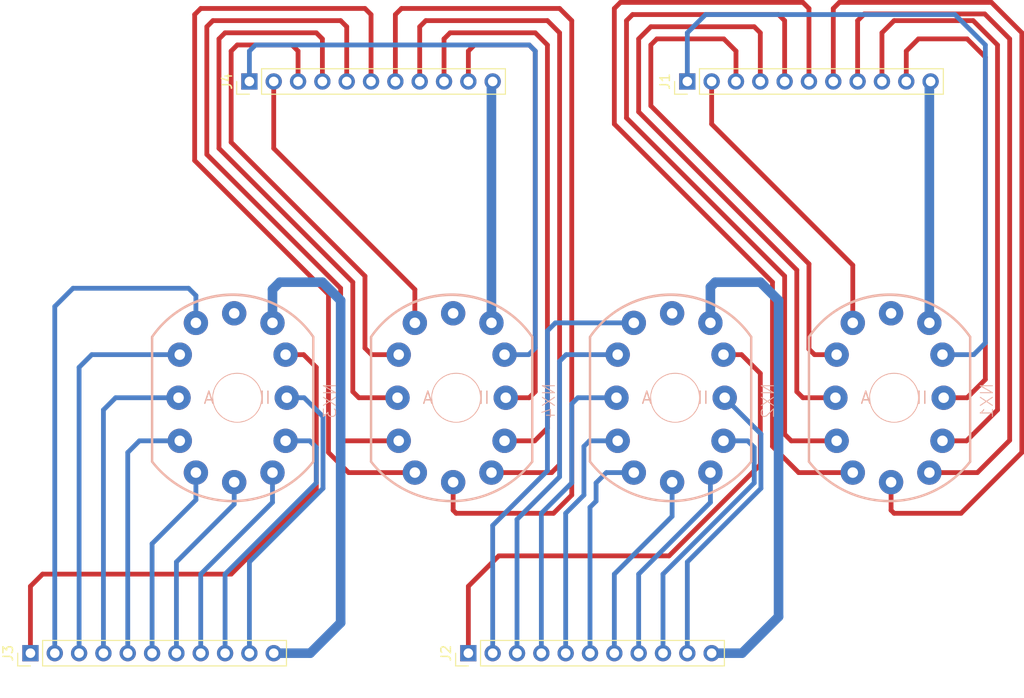
<source format=kicad_pcb>
(kicad_pcb (version 20171130) (host pcbnew "(5.1.9)-1")

  (general
    (thickness 1.6)
    (drawings 0)
    (tracks 258)
    (zones 0)
    (modules 8)
    (nets 45)
  )

  (page A4)
  (layers
    (0 F.Cu signal)
    (31 B.Cu signal)
    (32 B.Adhes user)
    (33 F.Adhes user)
    (34 B.Paste user)
    (35 F.Paste user)
    (36 B.SilkS user)
    (37 F.SilkS user)
    (38 B.Mask user)
    (39 F.Mask user)
    (40 Dwgs.User user)
    (41 Cmts.User user)
    (42 Eco1.User user)
    (43 Eco2.User user)
    (44 Edge.Cuts user)
    (45 Margin user)
    (46 B.CrtYd user)
    (47 F.CrtYd user)
    (48 B.Fab user)
    (49 F.Fab user)
  )

  (setup
    (last_trace_width 0.5)
    (user_trace_width 0.5)
    (user_trace_width 0.75)
    (user_trace_width 1)
    (trace_clearance 0.2)
    (zone_clearance 0.508)
    (zone_45_only no)
    (trace_min 0.2)
    (via_size 0.8)
    (via_drill 0.4)
    (via_min_size 0.4)
    (via_min_drill 0.3)
    (uvia_size 0.3)
    (uvia_drill 0.1)
    (uvias_allowed no)
    (uvia_min_size 0.2)
    (uvia_min_drill 0.1)
    (edge_width 0.05)
    (segment_width 0.2)
    (pcb_text_width 0.3)
    (pcb_text_size 1.5 1.5)
    (mod_edge_width 0.12)
    (mod_text_size 1 1)
    (mod_text_width 0.15)
    (pad_size 1.524 1.524)
    (pad_drill 0.762)
    (pad_to_mask_clearance 0)
    (aux_axis_origin 0 0)
    (visible_elements FFFFFF7F)
    (pcbplotparams
      (layerselection 0x010fc_ffffffff)
      (usegerberextensions false)
      (usegerberattributes true)
      (usegerberadvancedattributes true)
      (creategerberjobfile true)
      (excludeedgelayer true)
      (linewidth 0.100000)
      (plotframeref false)
      (viasonmask false)
      (mode 1)
      (useauxorigin false)
      (hpglpennumber 1)
      (hpglpenspeed 20)
      (hpglpendiameter 15.000000)
      (psnegative false)
      (psa4output false)
      (plotreference true)
      (plotvalue true)
      (plotinvisibletext false)
      (padsonsilk false)
      (subtractmaskfromsilk false)
      (outputformat 1)
      (mirror false)
      (drillshape 1)
      (scaleselection 1)
      (outputdirectory ""))
  )

  (net 0 "")
  (net 1 "Net-(J1-Pad11)")
  (net 2 "Net-(J1-Pad10)")
  (net 3 "Net-(J1-Pad9)")
  (net 4 "Net-(J1-Pad8)")
  (net 5 "Net-(J1-Pad7)")
  (net 6 "Net-(J1-Pad6)")
  (net 7 "Net-(J1-Pad5)")
  (net 8 "Net-(J1-Pad4)")
  (net 9 "Net-(J1-Pad3)")
  (net 10 "Net-(J1-Pad2)")
  (net 11 "Net-(J1-Pad1)")
  (net 12 "Net-(J2-Pad11)")
  (net 13 "Net-(J2-Pad10)")
  (net 14 "Net-(J2-Pad9)")
  (net 15 "Net-(J2-Pad8)")
  (net 16 "Net-(J2-Pad7)")
  (net 17 "Net-(J2-Pad6)")
  (net 18 "Net-(J2-Pad5)")
  (net 19 "Net-(J2-Pad4)")
  (net 20 "Net-(J2-Pad3)")
  (net 21 "Net-(J2-Pad2)")
  (net 22 "Net-(J2-Pad1)")
  (net 23 "Net-(J3-Pad11)")
  (net 24 "Net-(J3-Pad10)")
  (net 25 "Net-(J3-Pad9)")
  (net 26 "Net-(J3-Pad8)")
  (net 27 "Net-(J3-Pad7)")
  (net 28 "Net-(J3-Pad6)")
  (net 29 "Net-(J3-Pad5)")
  (net 30 "Net-(J3-Pad4)")
  (net 31 "Net-(J3-Pad3)")
  (net 32 "Net-(J3-Pad2)")
  (net 33 "Net-(J3-Pad1)")
  (net 34 "Net-(J4-Pad11)")
  (net 35 "Net-(J4-Pad10)")
  (net 36 "Net-(J4-Pad9)")
  (net 37 "Net-(J4-Pad8)")
  (net 38 "Net-(J4-Pad7)")
  (net 39 "Net-(J4-Pad6)")
  (net 40 "Net-(J4-Pad5)")
  (net 41 "Net-(J4-Pad4)")
  (net 42 "Net-(J4-Pad3)")
  (net 43 "Net-(J4-Pad2)")
  (net 44 "Net-(J4-Pad1)")

  (net_class Default "This is the default net class."
    (clearance 0.2)
    (trace_width 0.25)
    (via_dia 0.8)
    (via_drill 0.4)
    (uvia_dia 0.3)
    (uvia_drill 0.1)
    (add_net "Net-(J1-Pad1)")
    (add_net "Net-(J1-Pad10)")
    (add_net "Net-(J1-Pad11)")
    (add_net "Net-(J1-Pad2)")
    (add_net "Net-(J1-Pad3)")
    (add_net "Net-(J1-Pad4)")
    (add_net "Net-(J1-Pad5)")
    (add_net "Net-(J1-Pad6)")
    (add_net "Net-(J1-Pad7)")
    (add_net "Net-(J1-Pad8)")
    (add_net "Net-(J1-Pad9)")
    (add_net "Net-(J2-Pad1)")
    (add_net "Net-(J2-Pad10)")
    (add_net "Net-(J2-Pad11)")
    (add_net "Net-(J2-Pad2)")
    (add_net "Net-(J2-Pad3)")
    (add_net "Net-(J2-Pad4)")
    (add_net "Net-(J2-Pad5)")
    (add_net "Net-(J2-Pad6)")
    (add_net "Net-(J2-Pad7)")
    (add_net "Net-(J2-Pad8)")
    (add_net "Net-(J2-Pad9)")
    (add_net "Net-(J3-Pad1)")
    (add_net "Net-(J3-Pad10)")
    (add_net "Net-(J3-Pad11)")
    (add_net "Net-(J3-Pad2)")
    (add_net "Net-(J3-Pad3)")
    (add_net "Net-(J3-Pad4)")
    (add_net "Net-(J3-Pad5)")
    (add_net "Net-(J3-Pad6)")
    (add_net "Net-(J3-Pad7)")
    (add_net "Net-(J3-Pad8)")
    (add_net "Net-(J3-Pad9)")
    (add_net "Net-(J4-Pad1)")
    (add_net "Net-(J4-Pad10)")
    (add_net "Net-(J4-Pad11)")
    (add_net "Net-(J4-Pad2)")
    (add_net "Net-(J4-Pad3)")
    (add_net "Net-(J4-Pad4)")
    (add_net "Net-(J4-Pad5)")
    (add_net "Net-(J4-Pad6)")
    (add_net "Net-(J4-Pad7)")
    (add_net "Net-(J4-Pad8)")
    (add_net "Net-(J4-Pad9)")
  )

  (module "Nixie Footprints US:nixies-us-IN-12" (layer B.Cu) (tedit 200000) (tstamp 600BE43F)
    (at 124.46 82.55)
    (descr "MAY BE USED WITH SOCKET: SK-136")
    (tags "MAY BE USED WITH SOCKET: SK-136")
    (path /6009EF01)
    (attr virtual)
    (fp_text reference NX4 (at 9.68248 0.3175 -90) (layer B.SilkS)
      (effects (font (size 1.27 1.27) (thickness 0.1016)) (justify mirror))
    )
    (fp_text value IN-12A (at 0 0) (layer B.SilkS)
      (effects (font (size 1.27 1.27) (thickness 0.15)) (justify mirror))
    )
    (fp_arc (start -0.47498 0.1397) (end -8.89 6.6675) (angle -104.3) (layer B.SilkS) (width 0.254))
    (fp_arc (start -0.47498 -0.55372) (end 7.9375 -6.35) (angle -110.8) (layer B.SilkS) (width 0.254))
    (fp_arc (start -0.47498 -0.33782) (end 7.9375 -6.35) (angle -108.9) (layer B.SilkS) (width 0.127))
    (fp_arc (start -0.47498 0.05588) (end -8.89 6.6675) (angle -103.6) (layer B.SilkS) (width 0.127))
    (fp_circle (center 0 0) (end 0 2.54) (layer B.SilkS) (width 0.127))
    (fp_line (start -8.89 -6.18998) (end -8.89 -6.35) (layer B.SilkS) (width 0.254))
    (fp_line (start -8.89 -6.18998) (end -8.89 6.6675) (layer B.SilkS) (width 0.254))
    (fp_line (start 7.9375 6.6675) (end 7.9375 -6.35) (layer B.SilkS) (width 0.254))
    (pad "" np_thru_hole circle (at 0 0) (size 4.99872 4.99872) (drill 4.99872) (layers *.Cu *.Mask))
    (pad LHDP thru_hole circle (at -0.3175 -8.81634) (size 2.54 2.54) (drill 1.09982) (layers *.Cu *.Paste *.Mask))
    (pad A thru_hole circle (at 3.68046 -7.81558) (size 2.54 2.54) (drill 1.09982) (layers *.Cu *.Paste *.Mask)
      (net 34 "Net-(J4-Pad11)"))
    (pad 9 thru_hole circle (at 5.17398 0) (size 2.54 2.54) (drill 1.09982) (layers *.Cu *.Paste *.Mask)
      (net 35 "Net-(J4-Pad10)"))
    (pad 8 thru_hole circle (at 5.04698 4.49834) (size 2.54 2.54) (drill 1.09982) (layers *.Cu *.Paste *.Mask)
      (net 36 "Net-(J4-Pad9)"))
    (pad 7 thru_hole circle (at 3.68046 7.81558) (size 2.54 2.54) (drill 1.09982) (layers *.Cu *.Paste *.Mask)
      (net 37 "Net-(J4-Pad8)"))
    (pad 6 thru_hole circle (at -0.3175 8.81634) (size 2.54 2.54) (drill 1.09982) (layers *.Cu *.Paste *.Mask)
      (net 38 "Net-(J4-Pad7)"))
    (pad 5 thru_hole circle (at -4.31546 7.81558) (size 2.54 2.54) (drill 1.09982) (layers *.Cu *.Paste *.Mask)
      (net 39 "Net-(J4-Pad6)"))
    (pad 4 thru_hole circle (at -5.99948 4.49834) (size 2.54 2.54) (drill 1.09982) (layers *.Cu *.Paste *.Mask)
      (net 40 "Net-(J4-Pad5)"))
    (pad 3 thru_hole circle (at -6.12648 0) (size 2.54 2.54) (drill 1.09982) (layers *.Cu *.Paste *.Mask)
      (net 41 "Net-(J4-Pad4)"))
    (pad 2 thru_hole circle (at -5.99948 -4.49834) (size 2.54 2.54) (drill 1.09982) (layers *.Cu *.Paste *.Mask)
      (net 42 "Net-(J4-Pad3)"))
    (pad 1 thru_hole circle (at -4.31546 -7.81558) (size 2.54 2.54) (drill 1.09982) (layers *.Cu *.Paste *.Mask)
      (net 43 "Net-(J4-Pad2)"))
    (pad 0 thru_hole circle (at 5.04698 -4.49834) (size 2.54 2.54) (drill 1.09982) (layers *.Cu *.Paste *.Mask)
      (net 44 "Net-(J4-Pad1)"))
  )

  (module "Nixie Footprints US:nixies-us-IN-12" (layer B.Cu) (tedit 200000) (tstamp 600BE426)
    (at 101.6 82.55)
    (descr "MAY BE USED WITH SOCKET: SK-136")
    (tags "MAY BE USED WITH SOCKET: SK-136")
    (path /60084AC6)
    (attr virtual)
    (fp_text reference NX3 (at 9.68248 0.3175 -90) (layer B.SilkS)
      (effects (font (size 1.27 1.27) (thickness 0.1016)) (justify mirror))
    )
    (fp_text value IN-12A (at 0 0) (layer B.SilkS)
      (effects (font (size 1.27 1.27) (thickness 0.15)) (justify mirror))
    )
    (fp_arc (start -0.47498 0.1397) (end -8.89 6.6675) (angle -104.3) (layer B.SilkS) (width 0.254))
    (fp_arc (start -0.47498 -0.55372) (end 7.9375 -6.35) (angle -110.8) (layer B.SilkS) (width 0.254))
    (fp_arc (start -0.47498 -0.33782) (end 7.9375 -6.35) (angle -108.9) (layer B.SilkS) (width 0.127))
    (fp_arc (start -0.47498 0.05588) (end -8.89 6.6675) (angle -103.6) (layer B.SilkS) (width 0.127))
    (fp_circle (center 0 0) (end 0 2.54) (layer B.SilkS) (width 0.127))
    (fp_line (start -8.89 -6.18998) (end -8.89 -6.35) (layer B.SilkS) (width 0.254))
    (fp_line (start -8.89 -6.18998) (end -8.89 6.6675) (layer B.SilkS) (width 0.254))
    (fp_line (start 7.9375 6.6675) (end 7.9375 -6.35) (layer B.SilkS) (width 0.254))
    (pad "" np_thru_hole circle (at 0 0) (size 4.99872 4.99872) (drill 4.99872) (layers *.Cu *.Mask))
    (pad LHDP thru_hole circle (at -0.3175 -8.81634) (size 2.54 2.54) (drill 1.09982) (layers *.Cu *.Paste *.Mask))
    (pad A thru_hole circle (at 3.68046 -7.81558) (size 2.54 2.54) (drill 1.09982) (layers *.Cu *.Paste *.Mask)
      (net 23 "Net-(J3-Pad11)"))
    (pad 9 thru_hole circle (at 5.17398 0) (size 2.54 2.54) (drill 1.09982) (layers *.Cu *.Paste *.Mask)
      (net 24 "Net-(J3-Pad10)"))
    (pad 8 thru_hole circle (at 5.04698 4.49834) (size 2.54 2.54) (drill 1.09982) (layers *.Cu *.Paste *.Mask)
      (net 25 "Net-(J3-Pad9)"))
    (pad 7 thru_hole circle (at 3.68046 7.81558) (size 2.54 2.54) (drill 1.09982) (layers *.Cu *.Paste *.Mask)
      (net 26 "Net-(J3-Pad8)"))
    (pad 6 thru_hole circle (at -0.3175 8.81634) (size 2.54 2.54) (drill 1.09982) (layers *.Cu *.Paste *.Mask)
      (net 27 "Net-(J3-Pad7)"))
    (pad 5 thru_hole circle (at -4.31546 7.81558) (size 2.54 2.54) (drill 1.09982) (layers *.Cu *.Paste *.Mask)
      (net 28 "Net-(J3-Pad6)"))
    (pad 4 thru_hole circle (at -5.99948 4.49834) (size 2.54 2.54) (drill 1.09982) (layers *.Cu *.Paste *.Mask)
      (net 29 "Net-(J3-Pad5)"))
    (pad 3 thru_hole circle (at -6.12648 0) (size 2.54 2.54) (drill 1.09982) (layers *.Cu *.Paste *.Mask)
      (net 30 "Net-(J3-Pad4)"))
    (pad 2 thru_hole circle (at -5.99948 -4.49834) (size 2.54 2.54) (drill 1.09982) (layers *.Cu *.Paste *.Mask)
      (net 31 "Net-(J3-Pad3)"))
    (pad 1 thru_hole circle (at -4.31546 -7.81558) (size 2.54 2.54) (drill 1.09982) (layers *.Cu *.Paste *.Mask)
      (net 32 "Net-(J3-Pad2)"))
    (pad 0 thru_hole circle (at 5.04698 -4.49834) (size 2.54 2.54) (drill 1.09982) (layers *.Cu *.Paste *.Mask)
      (net 33 "Net-(J3-Pad1)"))
  )

  (module "Nixie Footprints US:nixies-us-IN-12" (layer B.Cu) (tedit 200000) (tstamp 600BE40D)
    (at 147.32 82.55)
    (descr "MAY BE USED WITH SOCKET: SK-136")
    (tags "MAY BE USED WITH SOCKET: SK-136")
    (path /600A84AF)
    (attr virtual)
    (fp_text reference NX2 (at 9.68248 0.3175 -90) (layer B.SilkS)
      (effects (font (size 1.27 1.27) (thickness 0.1016)) (justify mirror))
    )
    (fp_text value IN-12A (at 0 0) (layer B.SilkS)
      (effects (font (size 1.27 1.27) (thickness 0.15)) (justify mirror))
    )
    (fp_arc (start -0.47498 0.1397) (end -8.89 6.6675) (angle -104.3) (layer B.SilkS) (width 0.254))
    (fp_arc (start -0.47498 -0.55372) (end 7.9375 -6.35) (angle -110.8) (layer B.SilkS) (width 0.254))
    (fp_arc (start -0.47498 -0.33782) (end 7.9375 -6.35) (angle -108.9) (layer B.SilkS) (width 0.127))
    (fp_arc (start -0.47498 0.05588) (end -8.89 6.6675) (angle -103.6) (layer B.SilkS) (width 0.127))
    (fp_circle (center 0 0) (end 0 2.54) (layer B.SilkS) (width 0.127))
    (fp_line (start -8.89 -6.18998) (end -8.89 -6.35) (layer B.SilkS) (width 0.254))
    (fp_line (start -8.89 -6.18998) (end -8.89 6.6675) (layer B.SilkS) (width 0.254))
    (fp_line (start 7.9375 6.6675) (end 7.9375 -6.35) (layer B.SilkS) (width 0.254))
    (pad "" np_thru_hole circle (at 0 0) (size 4.99872 4.99872) (drill 4.99872) (layers *.Cu *.Mask))
    (pad LHDP thru_hole circle (at -0.3175 -8.81634) (size 2.54 2.54) (drill 1.09982) (layers *.Cu *.Paste *.Mask))
    (pad A thru_hole circle (at 3.68046 -7.81558) (size 2.54 2.54) (drill 1.09982) (layers *.Cu *.Paste *.Mask)
      (net 12 "Net-(J2-Pad11)"))
    (pad 9 thru_hole circle (at 5.17398 0) (size 2.54 2.54) (drill 1.09982) (layers *.Cu *.Paste *.Mask)
      (net 13 "Net-(J2-Pad10)"))
    (pad 8 thru_hole circle (at 5.04698 4.49834) (size 2.54 2.54) (drill 1.09982) (layers *.Cu *.Paste *.Mask)
      (net 14 "Net-(J2-Pad9)"))
    (pad 7 thru_hole circle (at 3.68046 7.81558) (size 2.54 2.54) (drill 1.09982) (layers *.Cu *.Paste *.Mask)
      (net 15 "Net-(J2-Pad8)"))
    (pad 6 thru_hole circle (at -0.3175 8.81634) (size 2.54 2.54) (drill 1.09982) (layers *.Cu *.Paste *.Mask)
      (net 16 "Net-(J2-Pad7)"))
    (pad 5 thru_hole circle (at -4.31546 7.81558) (size 2.54 2.54) (drill 1.09982) (layers *.Cu *.Paste *.Mask)
      (net 17 "Net-(J2-Pad6)"))
    (pad 4 thru_hole circle (at -5.99948 4.49834) (size 2.54 2.54) (drill 1.09982) (layers *.Cu *.Paste *.Mask)
      (net 18 "Net-(J2-Pad5)"))
    (pad 3 thru_hole circle (at -6.12648 0) (size 2.54 2.54) (drill 1.09982) (layers *.Cu *.Paste *.Mask)
      (net 19 "Net-(J2-Pad4)"))
    (pad 2 thru_hole circle (at -5.99948 -4.49834) (size 2.54 2.54) (drill 1.09982) (layers *.Cu *.Paste *.Mask)
      (net 20 "Net-(J2-Pad3)"))
    (pad 1 thru_hole circle (at -4.31546 -7.81558) (size 2.54 2.54) (drill 1.09982) (layers *.Cu *.Paste *.Mask)
      (net 21 "Net-(J2-Pad2)"))
    (pad 0 thru_hole circle (at 5.04698 -4.49834) (size 2.54 2.54) (drill 1.09982) (layers *.Cu *.Paste *.Mask)
      (net 22 "Net-(J2-Pad1)"))
  )

  (module "Nixie Footprints US:nixies-us-IN-12" (layer B.Cu) (tedit 200000) (tstamp 600BE3F4)
    (at 170.18 82.55)
    (descr "MAY BE USED WITH SOCKET: SK-136")
    (tags "MAY BE USED WITH SOCKET: SK-136")
    (path /600A295F)
    (attr virtual)
    (fp_text reference NX1 (at 9.68248 0.3175 -90) (layer B.SilkS)
      (effects (font (size 1.27 1.27) (thickness 0.1016)) (justify mirror))
    )
    (fp_text value IN-12A (at 0 0) (layer B.SilkS)
      (effects (font (size 1.27 1.27) (thickness 0.15)) (justify mirror))
    )
    (fp_arc (start -0.47498 0.1397) (end -8.89 6.6675) (angle -104.3) (layer B.SilkS) (width 0.254))
    (fp_arc (start -0.47498 -0.55372) (end 7.9375 -6.35) (angle -110.8) (layer B.SilkS) (width 0.254))
    (fp_arc (start -0.47498 -0.33782) (end 7.9375 -6.35) (angle -108.9) (layer B.SilkS) (width 0.127))
    (fp_arc (start -0.47498 0.05588) (end -8.89 6.6675) (angle -103.6) (layer B.SilkS) (width 0.127))
    (fp_circle (center 0 0) (end 0 2.54) (layer B.SilkS) (width 0.127))
    (fp_line (start -8.89 -6.18998) (end -8.89 -6.35) (layer B.SilkS) (width 0.254))
    (fp_line (start -8.89 -6.18998) (end -8.89 6.6675) (layer B.SilkS) (width 0.254))
    (fp_line (start 7.9375 6.6675) (end 7.9375 -6.35) (layer B.SilkS) (width 0.254))
    (pad "" np_thru_hole circle (at 0 0) (size 4.99872 4.99872) (drill 4.99872) (layers *.Cu *.Mask))
    (pad LHDP thru_hole circle (at -0.3175 -8.81634) (size 2.54 2.54) (drill 1.09982) (layers *.Cu *.Paste *.Mask))
    (pad A thru_hole circle (at 3.68046 -7.81558) (size 2.54 2.54) (drill 1.09982) (layers *.Cu *.Paste *.Mask)
      (net 1 "Net-(J1-Pad11)"))
    (pad 9 thru_hole circle (at 5.17398 0) (size 2.54 2.54) (drill 1.09982) (layers *.Cu *.Paste *.Mask)
      (net 2 "Net-(J1-Pad10)"))
    (pad 8 thru_hole circle (at 5.04698 4.49834) (size 2.54 2.54) (drill 1.09982) (layers *.Cu *.Paste *.Mask)
      (net 3 "Net-(J1-Pad9)"))
    (pad 7 thru_hole circle (at 3.68046 7.81558) (size 2.54 2.54) (drill 1.09982) (layers *.Cu *.Paste *.Mask)
      (net 4 "Net-(J1-Pad8)"))
    (pad 6 thru_hole circle (at -0.3175 8.81634) (size 2.54 2.54) (drill 1.09982) (layers *.Cu *.Paste *.Mask)
      (net 5 "Net-(J1-Pad7)"))
    (pad 5 thru_hole circle (at -4.31546 7.81558) (size 2.54 2.54) (drill 1.09982) (layers *.Cu *.Paste *.Mask)
      (net 6 "Net-(J1-Pad6)"))
    (pad 4 thru_hole circle (at -5.99948 4.49834) (size 2.54 2.54) (drill 1.09982) (layers *.Cu *.Paste *.Mask)
      (net 7 "Net-(J1-Pad5)"))
    (pad 3 thru_hole circle (at -6.12648 0) (size 2.54 2.54) (drill 1.09982) (layers *.Cu *.Paste *.Mask)
      (net 8 "Net-(J1-Pad4)"))
    (pad 2 thru_hole circle (at -5.99948 -4.49834) (size 2.54 2.54) (drill 1.09982) (layers *.Cu *.Paste *.Mask)
      (net 9 "Net-(J1-Pad3)"))
    (pad 1 thru_hole circle (at -4.31546 -7.81558) (size 2.54 2.54) (drill 1.09982) (layers *.Cu *.Paste *.Mask)
      (net 10 "Net-(J1-Pad2)"))
    (pad 0 thru_hole circle (at 5.04698 -4.49834) (size 2.54 2.54) (drill 1.09982) (layers *.Cu *.Paste *.Mask)
      (net 11 "Net-(J1-Pad1)"))
  )

  (module Connector_PinHeader_2.54mm:PinHeader_1x11_P2.54mm_Vertical (layer F.Cu) (tedit 59FED5CC) (tstamp 600BDE84)
    (at 102.87 49.53 90)
    (descr "Through hole straight pin header, 1x11, 2.54mm pitch, single row")
    (tags "Through hole pin header THT 1x11 2.54mm single row")
    (path /6009EF07)
    (fp_text reference J4 (at 0 -2.33 90) (layer F.SilkS)
      (effects (font (size 1 1) (thickness 0.15)))
    )
    (fp_text value Conn_01x11 (at 0 27.73 90) (layer F.Fab)
      (effects (font (size 1 1) (thickness 0.15)))
    )
    (fp_text user %R (at 0 12.7) (layer F.Fab)
      (effects (font (size 1 1) (thickness 0.15)))
    )
    (fp_line (start -0.635 -1.27) (end 1.27 -1.27) (layer F.Fab) (width 0.1))
    (fp_line (start 1.27 -1.27) (end 1.27 26.67) (layer F.Fab) (width 0.1))
    (fp_line (start 1.27 26.67) (end -1.27 26.67) (layer F.Fab) (width 0.1))
    (fp_line (start -1.27 26.67) (end -1.27 -0.635) (layer F.Fab) (width 0.1))
    (fp_line (start -1.27 -0.635) (end -0.635 -1.27) (layer F.Fab) (width 0.1))
    (fp_line (start -1.33 26.73) (end 1.33 26.73) (layer F.SilkS) (width 0.12))
    (fp_line (start -1.33 1.27) (end -1.33 26.73) (layer F.SilkS) (width 0.12))
    (fp_line (start 1.33 1.27) (end 1.33 26.73) (layer F.SilkS) (width 0.12))
    (fp_line (start -1.33 1.27) (end 1.33 1.27) (layer F.SilkS) (width 0.12))
    (fp_line (start -1.33 0) (end -1.33 -1.33) (layer F.SilkS) (width 0.12))
    (fp_line (start -1.33 -1.33) (end 0 -1.33) (layer F.SilkS) (width 0.12))
    (fp_line (start -1.8 -1.8) (end -1.8 27.2) (layer F.CrtYd) (width 0.05))
    (fp_line (start -1.8 27.2) (end 1.8 27.2) (layer F.CrtYd) (width 0.05))
    (fp_line (start 1.8 27.2) (end 1.8 -1.8) (layer F.CrtYd) (width 0.05))
    (fp_line (start 1.8 -1.8) (end -1.8 -1.8) (layer F.CrtYd) (width 0.05))
    (pad 11 thru_hole oval (at 0 25.4 90) (size 1.7 1.7) (drill 1) (layers *.Cu *.Mask)
      (net 34 "Net-(J4-Pad11)"))
    (pad 10 thru_hole oval (at 0 22.86 90) (size 1.7 1.7) (drill 1) (layers *.Cu *.Mask)
      (net 35 "Net-(J4-Pad10)"))
    (pad 9 thru_hole oval (at 0 20.32 90) (size 1.7 1.7) (drill 1) (layers *.Cu *.Mask)
      (net 36 "Net-(J4-Pad9)"))
    (pad 8 thru_hole oval (at 0 17.78 90) (size 1.7 1.7) (drill 1) (layers *.Cu *.Mask)
      (net 37 "Net-(J4-Pad8)"))
    (pad 7 thru_hole oval (at 0 15.24 90) (size 1.7 1.7) (drill 1) (layers *.Cu *.Mask)
      (net 38 "Net-(J4-Pad7)"))
    (pad 6 thru_hole oval (at 0 12.7 90) (size 1.7 1.7) (drill 1) (layers *.Cu *.Mask)
      (net 39 "Net-(J4-Pad6)"))
    (pad 5 thru_hole oval (at 0 10.16 90) (size 1.7 1.7) (drill 1) (layers *.Cu *.Mask)
      (net 40 "Net-(J4-Pad5)"))
    (pad 4 thru_hole oval (at 0 7.62 90) (size 1.7 1.7) (drill 1) (layers *.Cu *.Mask)
      (net 41 "Net-(J4-Pad4)"))
    (pad 3 thru_hole oval (at 0 5.08 90) (size 1.7 1.7) (drill 1) (layers *.Cu *.Mask)
      (net 42 "Net-(J4-Pad3)"))
    (pad 2 thru_hole oval (at 0 2.54 90) (size 1.7 1.7) (drill 1) (layers *.Cu *.Mask)
      (net 43 "Net-(J4-Pad2)"))
    (pad 1 thru_hole rect (at 0 0 90) (size 1.7 1.7) (drill 1) (layers *.Cu *.Mask)
      (net 44 "Net-(J4-Pad1)"))
    (model ${KISYS3DMOD}/Connector_PinHeader_2.54mm.3dshapes/PinHeader_1x11_P2.54mm_Vertical.wrl
      (at (xyz 0 0 0))
      (scale (xyz 1 1 1))
      (rotate (xyz 0 0 0))
    )
  )

  (module Connector_PinHeader_2.54mm:PinHeader_1x11_P2.54mm_Vertical (layer F.Cu) (tedit 59FED5CC) (tstamp 600BDE65)
    (at 80.01 109.22 90)
    (descr "Through hole straight pin header, 1x11, 2.54mm pitch, single row")
    (tags "Through hole pin header THT 1x11 2.54mm single row")
    (path /6009601E)
    (fp_text reference J3 (at 0 -2.33 90) (layer F.SilkS)
      (effects (font (size 1 1) (thickness 0.15)))
    )
    (fp_text value Conn_01x11 (at 0 27.73 90) (layer F.Fab)
      (effects (font (size 1 1) (thickness 0.15)))
    )
    (fp_text user %R (at 0 12.7) (layer F.Fab)
      (effects (font (size 1 1) (thickness 0.15)))
    )
    (fp_line (start -0.635 -1.27) (end 1.27 -1.27) (layer F.Fab) (width 0.1))
    (fp_line (start 1.27 -1.27) (end 1.27 26.67) (layer F.Fab) (width 0.1))
    (fp_line (start 1.27 26.67) (end -1.27 26.67) (layer F.Fab) (width 0.1))
    (fp_line (start -1.27 26.67) (end -1.27 -0.635) (layer F.Fab) (width 0.1))
    (fp_line (start -1.27 -0.635) (end -0.635 -1.27) (layer F.Fab) (width 0.1))
    (fp_line (start -1.33 26.73) (end 1.33 26.73) (layer F.SilkS) (width 0.12))
    (fp_line (start -1.33 1.27) (end -1.33 26.73) (layer F.SilkS) (width 0.12))
    (fp_line (start 1.33 1.27) (end 1.33 26.73) (layer F.SilkS) (width 0.12))
    (fp_line (start -1.33 1.27) (end 1.33 1.27) (layer F.SilkS) (width 0.12))
    (fp_line (start -1.33 0) (end -1.33 -1.33) (layer F.SilkS) (width 0.12))
    (fp_line (start -1.33 -1.33) (end 0 -1.33) (layer F.SilkS) (width 0.12))
    (fp_line (start -1.8 -1.8) (end -1.8 27.2) (layer F.CrtYd) (width 0.05))
    (fp_line (start -1.8 27.2) (end 1.8 27.2) (layer F.CrtYd) (width 0.05))
    (fp_line (start 1.8 27.2) (end 1.8 -1.8) (layer F.CrtYd) (width 0.05))
    (fp_line (start 1.8 -1.8) (end -1.8 -1.8) (layer F.CrtYd) (width 0.05))
    (pad 11 thru_hole oval (at 0 25.4 90) (size 1.7 1.7) (drill 1) (layers *.Cu *.Mask)
      (net 23 "Net-(J3-Pad11)"))
    (pad 10 thru_hole oval (at 0 22.86 90) (size 1.7 1.7) (drill 1) (layers *.Cu *.Mask)
      (net 24 "Net-(J3-Pad10)"))
    (pad 9 thru_hole oval (at 0 20.32 90) (size 1.7 1.7) (drill 1) (layers *.Cu *.Mask)
      (net 25 "Net-(J3-Pad9)"))
    (pad 8 thru_hole oval (at 0 17.78 90) (size 1.7 1.7) (drill 1) (layers *.Cu *.Mask)
      (net 26 "Net-(J3-Pad8)"))
    (pad 7 thru_hole oval (at 0 15.24 90) (size 1.7 1.7) (drill 1) (layers *.Cu *.Mask)
      (net 27 "Net-(J3-Pad7)"))
    (pad 6 thru_hole oval (at 0 12.7 90) (size 1.7 1.7) (drill 1) (layers *.Cu *.Mask)
      (net 28 "Net-(J3-Pad6)"))
    (pad 5 thru_hole oval (at 0 10.16 90) (size 1.7 1.7) (drill 1) (layers *.Cu *.Mask)
      (net 29 "Net-(J3-Pad5)"))
    (pad 4 thru_hole oval (at 0 7.62 90) (size 1.7 1.7) (drill 1) (layers *.Cu *.Mask)
      (net 30 "Net-(J3-Pad4)"))
    (pad 3 thru_hole oval (at 0 5.08 90) (size 1.7 1.7) (drill 1) (layers *.Cu *.Mask)
      (net 31 "Net-(J3-Pad3)"))
    (pad 2 thru_hole oval (at 0 2.54 90) (size 1.7 1.7) (drill 1) (layers *.Cu *.Mask)
      (net 32 "Net-(J3-Pad2)"))
    (pad 1 thru_hole rect (at 0 0 90) (size 1.7 1.7) (drill 1) (layers *.Cu *.Mask)
      (net 33 "Net-(J3-Pad1)"))
    (model ${KISYS3DMOD}/Connector_PinHeader_2.54mm.3dshapes/PinHeader_1x11_P2.54mm_Vertical.wrl
      (at (xyz 0 0 0))
      (scale (xyz 1 1 1))
      (rotate (xyz 0 0 0))
    )
  )

  (module Connector_PinHeader_2.54mm:PinHeader_1x11_P2.54mm_Vertical (layer F.Cu) (tedit 59FED5CC) (tstamp 600BDE46)
    (at 125.73 109.22 90)
    (descr "Through hole straight pin header, 1x11, 2.54mm pitch, single row")
    (tags "Through hole pin header THT 1x11 2.54mm single row")
    (path /600A84B5)
    (fp_text reference J2 (at 0 -2.33 90) (layer F.SilkS)
      (effects (font (size 1 1) (thickness 0.15)))
    )
    (fp_text value Conn_01x11 (at 0 27.73 90) (layer F.Fab)
      (effects (font (size 1 1) (thickness 0.15)))
    )
    (fp_text user %R (at 0 12.7) (layer F.Fab)
      (effects (font (size 1 1) (thickness 0.15)))
    )
    (fp_line (start -0.635 -1.27) (end 1.27 -1.27) (layer F.Fab) (width 0.1))
    (fp_line (start 1.27 -1.27) (end 1.27 26.67) (layer F.Fab) (width 0.1))
    (fp_line (start 1.27 26.67) (end -1.27 26.67) (layer F.Fab) (width 0.1))
    (fp_line (start -1.27 26.67) (end -1.27 -0.635) (layer F.Fab) (width 0.1))
    (fp_line (start -1.27 -0.635) (end -0.635 -1.27) (layer F.Fab) (width 0.1))
    (fp_line (start -1.33 26.73) (end 1.33 26.73) (layer F.SilkS) (width 0.12))
    (fp_line (start -1.33 1.27) (end -1.33 26.73) (layer F.SilkS) (width 0.12))
    (fp_line (start 1.33 1.27) (end 1.33 26.73) (layer F.SilkS) (width 0.12))
    (fp_line (start -1.33 1.27) (end 1.33 1.27) (layer F.SilkS) (width 0.12))
    (fp_line (start -1.33 0) (end -1.33 -1.33) (layer F.SilkS) (width 0.12))
    (fp_line (start -1.33 -1.33) (end 0 -1.33) (layer F.SilkS) (width 0.12))
    (fp_line (start -1.8 -1.8) (end -1.8 27.2) (layer F.CrtYd) (width 0.05))
    (fp_line (start -1.8 27.2) (end 1.8 27.2) (layer F.CrtYd) (width 0.05))
    (fp_line (start 1.8 27.2) (end 1.8 -1.8) (layer F.CrtYd) (width 0.05))
    (fp_line (start 1.8 -1.8) (end -1.8 -1.8) (layer F.CrtYd) (width 0.05))
    (pad 11 thru_hole oval (at 0 25.4 90) (size 1.7 1.7) (drill 1) (layers *.Cu *.Mask)
      (net 12 "Net-(J2-Pad11)"))
    (pad 10 thru_hole oval (at 0 22.86 90) (size 1.7 1.7) (drill 1) (layers *.Cu *.Mask)
      (net 13 "Net-(J2-Pad10)"))
    (pad 9 thru_hole oval (at 0 20.32 90) (size 1.7 1.7) (drill 1) (layers *.Cu *.Mask)
      (net 14 "Net-(J2-Pad9)"))
    (pad 8 thru_hole oval (at 0 17.78 90) (size 1.7 1.7) (drill 1) (layers *.Cu *.Mask)
      (net 15 "Net-(J2-Pad8)"))
    (pad 7 thru_hole oval (at 0 15.24 90) (size 1.7 1.7) (drill 1) (layers *.Cu *.Mask)
      (net 16 "Net-(J2-Pad7)"))
    (pad 6 thru_hole oval (at 0 12.7 90) (size 1.7 1.7) (drill 1) (layers *.Cu *.Mask)
      (net 17 "Net-(J2-Pad6)"))
    (pad 5 thru_hole oval (at 0 10.16 90) (size 1.7 1.7) (drill 1) (layers *.Cu *.Mask)
      (net 18 "Net-(J2-Pad5)"))
    (pad 4 thru_hole oval (at 0 7.62 90) (size 1.7 1.7) (drill 1) (layers *.Cu *.Mask)
      (net 19 "Net-(J2-Pad4)"))
    (pad 3 thru_hole oval (at 0 5.08 90) (size 1.7 1.7) (drill 1) (layers *.Cu *.Mask)
      (net 20 "Net-(J2-Pad3)"))
    (pad 2 thru_hole oval (at 0 2.54 90) (size 1.7 1.7) (drill 1) (layers *.Cu *.Mask)
      (net 21 "Net-(J2-Pad2)"))
    (pad 1 thru_hole rect (at 0 0 90) (size 1.7 1.7) (drill 1) (layers *.Cu *.Mask)
      (net 22 "Net-(J2-Pad1)"))
    (model ${KISYS3DMOD}/Connector_PinHeader_2.54mm.3dshapes/PinHeader_1x11_P2.54mm_Vertical.wrl
      (at (xyz 0 0 0))
      (scale (xyz 1 1 1))
      (rotate (xyz 0 0 0))
    )
  )

  (module Connector_PinHeader_2.54mm:PinHeader_1x11_P2.54mm_Vertical (layer F.Cu) (tedit 59FED5CC) (tstamp 600BDE27)
    (at 148.59 49.53 90)
    (descr "Through hole straight pin header, 1x11, 2.54mm pitch, single row")
    (tags "Through hole pin header THT 1x11 2.54mm single row")
    (path /600A2965)
    (fp_text reference J1 (at 0 -2.33 90) (layer F.SilkS)
      (effects (font (size 1 1) (thickness 0.15)))
    )
    (fp_text value Conn_01x11 (at 0 27.73 90) (layer F.Fab)
      (effects (font (size 1 1) (thickness 0.15)))
    )
    (fp_text user %R (at 0 12.7) (layer F.Fab)
      (effects (font (size 1 1) (thickness 0.15)))
    )
    (fp_line (start -0.635 -1.27) (end 1.27 -1.27) (layer F.Fab) (width 0.1))
    (fp_line (start 1.27 -1.27) (end 1.27 26.67) (layer F.Fab) (width 0.1))
    (fp_line (start 1.27 26.67) (end -1.27 26.67) (layer F.Fab) (width 0.1))
    (fp_line (start -1.27 26.67) (end -1.27 -0.635) (layer F.Fab) (width 0.1))
    (fp_line (start -1.27 -0.635) (end -0.635 -1.27) (layer F.Fab) (width 0.1))
    (fp_line (start -1.33 26.73) (end 1.33 26.73) (layer F.SilkS) (width 0.12))
    (fp_line (start -1.33 1.27) (end -1.33 26.73) (layer F.SilkS) (width 0.12))
    (fp_line (start 1.33 1.27) (end 1.33 26.73) (layer F.SilkS) (width 0.12))
    (fp_line (start -1.33 1.27) (end 1.33 1.27) (layer F.SilkS) (width 0.12))
    (fp_line (start -1.33 0) (end -1.33 -1.33) (layer F.SilkS) (width 0.12))
    (fp_line (start -1.33 -1.33) (end 0 -1.33) (layer F.SilkS) (width 0.12))
    (fp_line (start -1.8 -1.8) (end -1.8 27.2) (layer F.CrtYd) (width 0.05))
    (fp_line (start -1.8 27.2) (end 1.8 27.2) (layer F.CrtYd) (width 0.05))
    (fp_line (start 1.8 27.2) (end 1.8 -1.8) (layer F.CrtYd) (width 0.05))
    (fp_line (start 1.8 -1.8) (end -1.8 -1.8) (layer F.CrtYd) (width 0.05))
    (pad 11 thru_hole oval (at 0 25.4 90) (size 1.7 1.7) (drill 1) (layers *.Cu *.Mask)
      (net 1 "Net-(J1-Pad11)"))
    (pad 10 thru_hole oval (at 0 22.86 90) (size 1.7 1.7) (drill 1) (layers *.Cu *.Mask)
      (net 2 "Net-(J1-Pad10)"))
    (pad 9 thru_hole oval (at 0 20.32 90) (size 1.7 1.7) (drill 1) (layers *.Cu *.Mask)
      (net 3 "Net-(J1-Pad9)"))
    (pad 8 thru_hole oval (at 0 17.78 90) (size 1.7 1.7) (drill 1) (layers *.Cu *.Mask)
      (net 4 "Net-(J1-Pad8)"))
    (pad 7 thru_hole oval (at 0 15.24 90) (size 1.7 1.7) (drill 1) (layers *.Cu *.Mask)
      (net 5 "Net-(J1-Pad7)"))
    (pad 6 thru_hole oval (at 0 12.7 90) (size 1.7 1.7) (drill 1) (layers *.Cu *.Mask)
      (net 6 "Net-(J1-Pad6)"))
    (pad 5 thru_hole oval (at 0 10.16 90) (size 1.7 1.7) (drill 1) (layers *.Cu *.Mask)
      (net 7 "Net-(J1-Pad5)"))
    (pad 4 thru_hole oval (at 0 7.62 90) (size 1.7 1.7) (drill 1) (layers *.Cu *.Mask)
      (net 8 "Net-(J1-Pad4)"))
    (pad 3 thru_hole oval (at 0 5.08 90) (size 1.7 1.7) (drill 1) (layers *.Cu *.Mask)
      (net 9 "Net-(J1-Pad3)"))
    (pad 2 thru_hole oval (at 0 2.54 90) (size 1.7 1.7) (drill 1) (layers *.Cu *.Mask)
      (net 10 "Net-(J1-Pad2)"))
    (pad 1 thru_hole rect (at 0 0 90) (size 1.7 1.7) (drill 1) (layers *.Cu *.Mask)
      (net 11 "Net-(J1-Pad1)"))
    (model ${KISYS3DMOD}/Connector_PinHeader_2.54mm.3dshapes/PinHeader_1x11_P2.54mm_Vertical.wrl
      (at (xyz 0 0 0))
      (scale (xyz 1 1 1))
      (rotate (xyz 0 0 0))
    )
  )

  (segment (start 173.86046 49.65954) (end 173.99 49.53) (width 1) (layer B.Cu) (net 1))
  (segment (start 173.86046 74.73442) (end 173.86046 49.65954) (width 1) (layer B.Cu) (net 1))
  (segment (start 171.45 46.355) (end 171.45 49.53) (width 0.5) (layer F.Cu) (net 2))
  (segment (start 172.72 45.085) (end 171.45 46.355) (width 0.5) (layer F.Cu) (net 2))
  (segment (start 177.8 45.085) (end 172.72 45.085) (width 0.5) (layer F.Cu) (net 2))
  (segment (start 179.705 46.99) (end 177.8 45.085) (width 0.5) (layer F.Cu) (net 2))
  (segment (start 179.705 80.645) (end 179.705 46.99) (width 0.5) (layer F.Cu) (net 2))
  (segment (start 177.8 82.55) (end 179.705 80.645) (width 0.5) (layer F.Cu) (net 2))
  (segment (start 175.35398 82.55) (end 177.8 82.55) (width 0.5) (layer F.Cu) (net 2))
  (segment (start 175.22698 87.04834) (end 177.74666 87.04834) (width 0.5) (layer F.Cu) (net 3))
  (segment (start 177.74666 87.04834) (end 180.975 83.82) (width 0.5) (layer F.Cu) (net 3))
  (segment (start 180.975 83.82) (end 180.975 45.72) (width 0.5) (layer F.Cu) (net 3))
  (segment (start 180.975 45.72) (end 178.435 43.18) (width 0.5) (layer F.Cu) (net 3))
  (segment (start 178.435 43.18) (end 170.18 43.18) (width 0.5) (layer F.Cu) (net 3))
  (segment (start 168.91 44.45) (end 168.91 49.53) (width 0.5) (layer F.Cu) (net 3))
  (segment (start 170.18 43.18) (end 168.91 44.45) (width 0.5) (layer F.Cu) (net 3))
  (segment (start 173.86046 90.36558) (end 178.87442 90.36558) (width 0.5) (layer F.Cu) (net 4))
  (segment (start 178.87442 90.36558) (end 182.245 86.995) (width 0.5) (layer F.Cu) (net 4))
  (segment (start 182.245 86.995) (end 182.245 45.085) (width 0.5) (layer F.Cu) (net 4))
  (segment (start 179.63999 42.47999) (end 167.07001 42.47999) (width 0.5) (layer F.Cu) (net 4))
  (segment (start 182.245 45.085) (end 179.63999 42.47999) (width 0.5) (layer F.Cu) (net 4))
  (segment (start 166.37 43.18) (end 166.37 49.53) (width 0.5) (layer F.Cu) (net 4))
  (segment (start 167.07001 42.47999) (end 166.37 43.18) (width 0.5) (layer F.Cu) (net 4))
  (segment (start 163.83 41.91) (end 163.83 49.53) (width 0.5) (layer F.Cu) (net 5))
  (segment (start 164.465 41.275) (end 163.83 41.91) (width 0.5) (layer F.Cu) (net 5))
  (segment (start 180.34 41.275) (end 164.465 41.275) (width 0.5) (layer F.Cu) (net 5))
  (segment (start 183.515 44.45) (end 180.34 41.275) (width 0.5) (layer F.Cu) (net 5))
  (segment (start 177.165 94.615) (end 183.515 88.265) (width 0.5) (layer F.Cu) (net 5))
  (segment (start 183.515 88.265) (end 183.515 44.45) (width 0.5) (layer F.Cu) (net 5))
  (segment (start 169.8625 94.2975) (end 170.18 94.615) (width 0.5) (layer F.Cu) (net 5))
  (segment (start 170.18 94.615) (end 177.165 94.615) (width 0.5) (layer F.Cu) (net 5))
  (segment (start 169.8625 91.36634) (end 169.8625 94.2975) (width 0.5) (layer F.Cu) (net 5))
  (segment (start 160.655 41.275) (end 161.29 41.91) (width 0.5) (layer F.Cu) (net 6))
  (segment (start 141.605 41.275) (end 160.655 41.275) (width 0.5) (layer F.Cu) (net 6))
  (segment (start 140.97 53.975) (end 140.97 41.91) (width 0.5) (layer F.Cu) (net 6))
  (segment (start 140.97 41.91) (end 141.605 41.275) (width 0.5) (layer F.Cu) (net 6))
  (segment (start 157.48 87.63) (end 157.48 70.485) (width 0.5) (layer F.Cu) (net 6))
  (segment (start 157.48 70.485) (end 140.97 53.975) (width 0.5) (layer F.Cu) (net 6))
  (segment (start 160.21558 90.36558) (end 157.48 87.63) (width 0.5) (layer F.Cu) (net 6))
  (segment (start 161.29 41.91) (end 161.29 49.53) (width 0.5) (layer F.Cu) (net 6))
  (segment (start 165.86454 90.36558) (end 160.21558 90.36558) (width 0.5) (layer F.Cu) (net 6))
  (segment (start 158.75 43.18) (end 158.75 49.53) (width 0.5) (layer F.Cu) (net 7))
  (segment (start 158.115 42.545) (end 158.75 43.18) (width 0.5) (layer F.Cu) (net 7))
  (segment (start 142.875 42.545) (end 158.115 42.545) (width 0.5) (layer F.Cu) (net 7))
  (segment (start 142.24 43.18) (end 142.875 42.545) (width 0.5) (layer F.Cu) (net 7))
  (segment (start 158.75 69.85) (end 142.24 53.34) (width 0.5) (layer F.Cu) (net 7))
  (segment (start 158.75 86.36) (end 158.75 69.85) (width 0.5) (layer F.Cu) (net 7))
  (segment (start 142.24 53.34) (end 142.24 43.18) (width 0.5) (layer F.Cu) (net 7))
  (segment (start 159.43834 87.04834) (end 158.75 86.36) (width 0.5) (layer F.Cu) (net 7))
  (segment (start 164.18052 87.04834) (end 159.43834 87.04834) (width 0.5) (layer F.Cu) (net 7))
  (segment (start 164.05352 82.55) (end 160.655 82.55) (width 0.5) (layer F.Cu) (net 8))
  (segment (start 160.655 82.55) (end 160.02 81.915) (width 0.5) (layer F.Cu) (net 8))
  (segment (start 160.02 81.915) (end 160.02 69.215) (width 0.5) (layer F.Cu) (net 8))
  (segment (start 160.02 69.215) (end 143.51 52.705) (width 0.5) (layer F.Cu) (net 8))
  (segment (start 143.51 52.705) (end 143.51 45.085) (width 0.5) (layer F.Cu) (net 8))
  (segment (start 143.51 45.085) (end 144.78 43.815) (width 0.5) (layer F.Cu) (net 8))
  (segment (start 144.78 43.815) (end 155.575 43.815) (width 0.5) (layer F.Cu) (net 8))
  (segment (start 156.21 44.45) (end 156.21 49.53) (width 0.5) (layer F.Cu) (net 8))
  (segment (start 155.575 43.815) (end 156.21 44.45) (width 0.5) (layer F.Cu) (net 8))
  (segment (start 164.18052 78.05166) (end 161.87166 78.05166) (width 0.5) (layer F.Cu) (net 9))
  (segment (start 161.87166 78.05166) (end 161.29 77.47) (width 0.5) (layer F.Cu) (net 9))
  (segment (start 161.29 77.47) (end 161.29 68.58) (width 0.5) (layer F.Cu) (net 9))
  (segment (start 161.29 68.58) (end 144.78 52.07) (width 0.5) (layer F.Cu) (net 9))
  (segment (start 144.78 52.07) (end 144.78 45.72) (width 0.5) (layer F.Cu) (net 9))
  (segment (start 144.78 45.72) (end 145.415 45.085) (width 0.5) (layer F.Cu) (net 9))
  (segment (start 145.415 45.085) (end 152.4 45.085) (width 0.5) (layer F.Cu) (net 9))
  (segment (start 153.67 46.355) (end 153.67 49.53) (width 0.5) (layer F.Cu) (net 9))
  (segment (start 152.4 45.085) (end 153.67 46.355) (width 0.5) (layer F.Cu) (net 9))
  (segment (start 165.86454 74.73442) (end 165.86454 68.70954) (width 0.5) (layer F.Cu) (net 10))
  (segment (start 165.86454 68.70954) (end 151.13 53.975) (width 0.5) (layer F.Cu) (net 10))
  (segment (start 151.13 53.975) (end 151.13 49.53) (width 0.5) (layer F.Cu) (net 10))
  (segment (start 175.22698 78.05166) (end 178.48834 78.05166) (width 0.5) (layer B.Cu) (net 11))
  (segment (start 178.48834 78.05166) (end 179.705 76.835) (width 0.5) (layer B.Cu) (net 11))
  (segment (start 179.705 76.835) (end 179.705 45.72) (width 0.5) (layer B.Cu) (net 11))
  (segment (start 179.705 45.72) (end 176.53 42.545) (width 0.5) (layer B.Cu) (net 11))
  (segment (start 176.53 42.545) (end 150.495 42.545) (width 0.5) (layer B.Cu) (net 11))
  (segment (start 148.59 44.45) (end 148.59 49.53) (width 0.5) (layer B.Cu) (net 11))
  (segment (start 150.495 42.545) (end 148.59 44.45) (width 0.5) (layer B.Cu) (net 11))
  (segment (start 151.00046 74.73442) (end 151.00046 70.99046) (width 1) (layer B.Cu) (net 12))
  (segment (start 151.00046 70.99046) (end 151.50592 70.485) (width 1) (layer B.Cu) (net 12))
  (segment (start 151.50592 70.485) (end 156.21 70.485) (width 1) (layer B.Cu) (net 12))
  (segment (start 156.21 70.485) (end 158.115 72.39) (width 1) (layer B.Cu) (net 12))
  (segment (start 158.115 72.39) (end 158.115 105.41) (width 1) (layer B.Cu) (net 12))
  (segment (start 154.305 109.22) (end 151.13 109.22) (width 1) (layer B.Cu) (net 12))
  (segment (start 158.115 105.41) (end 154.305 109.22) (width 1) (layer B.Cu) (net 12))
  (segment (start 156.27501 86.33103) (end 156.27501 92.00999) (width 0.5) (layer B.Cu) (net 13))
  (segment (start 152.49398 82.55) (end 156.27501 86.33103) (width 0.5) (layer B.Cu) (net 13))
  (segment (start 148.59 99.695) (end 148.59 109.22) (width 0.5) (layer B.Cu) (net 13))
  (segment (start 156.27501 92.00999) (end 148.59 99.695) (width 0.5) (layer B.Cu) (net 13))
  (segment (start 152.36698 87.04834) (end 154.88666 87.04834) (width 0.5) (layer B.Cu) (net 14))
  (segment (start 154.88666 87.04834) (end 155.575 87.73668) (width 0.5) (layer B.Cu) (net 14))
  (segment (start 155.575 87.73668) (end 155.575 91.44) (width 0.5) (layer B.Cu) (net 14))
  (segment (start 146.05 100.965) (end 146.05 109.22) (width 0.5) (layer B.Cu) (net 14))
  (segment (start 155.575 91.44) (end 146.05 100.965) (width 0.5) (layer B.Cu) (net 14))
  (segment (start 151.00046 90.36558) (end 151.00046 93.47454) (width 0.5) (layer B.Cu) (net 15))
  (segment (start 151.00046 93.47454) (end 143.51 100.965) (width 0.5) (layer B.Cu) (net 15))
  (segment (start 143.51 100.965) (end 143.51 109.22) (width 0.5) (layer B.Cu) (net 15))
  (segment (start 147.0025 91.36634) (end 147.0025 94.9325) (width 0.5) (layer B.Cu) (net 16))
  (segment (start 147.0025 94.9325) (end 140.97 100.965) (width 0.5) (layer B.Cu) (net 16))
  (segment (start 140.97 100.965) (end 140.97 109.22) (width 0.5) (layer B.Cu) (net 16))
  (segment (start 143.00454 90.36558) (end 140.13942 90.36558) (width 0.5) (layer B.Cu) (net 17))
  (segment (start 140.13942 90.36558) (end 139.065 91.44) (width 0.5) (layer B.Cu) (net 17))
  (segment (start 139.065 91.44) (end 139.065 93.345) (width 0.5) (layer B.Cu) (net 17))
  (segment (start 138.43 93.98) (end 138.43 109.22) (width 0.5) (layer B.Cu) (net 17))
  (segment (start 139.065 93.345) (end 138.43 93.98) (width 0.5) (layer B.Cu) (net 17))
  (segment (start 141.32052 87.04834) (end 138.37666 87.04834) (width 0.5) (layer B.Cu) (net 18))
  (segment (start 138.37666 87.04834) (end 137.795 87.63) (width 0.5) (layer B.Cu) (net 18))
  (segment (start 137.795 87.63) (end 137.795 92.71) (width 0.5) (layer B.Cu) (net 18))
  (segment (start 135.89 94.615) (end 135.89 109.22) (width 0.5) (layer B.Cu) (net 18))
  (segment (start 137.795 92.71) (end 135.89 94.615) (width 0.5) (layer B.Cu) (net 18))
  (segment (start 141.19352 82.55) (end 137.16 82.55) (width 0.5) (layer B.Cu) (net 19))
  (segment (start 137.16 82.55) (end 136.525 83.185) (width 0.5) (layer B.Cu) (net 19))
  (segment (start 136.525 83.185) (end 136.525 91.44) (width 0.5) (layer B.Cu) (net 19))
  (segment (start 133.35 94.615) (end 133.35 109.22) (width 0.5) (layer B.Cu) (net 19))
  (segment (start 136.525 91.44) (end 133.35 94.615) (width 0.5) (layer B.Cu) (net 19))
  (segment (start 141.32052 78.05166) (end 135.94334 78.05166) (width 0.5) (layer B.Cu) (net 20))
  (segment (start 135.94334 78.05166) (end 135.255 78.74) (width 0.5) (layer B.Cu) (net 20))
  (segment (start 135.255 78.74) (end 135.255 90.805) (width 0.5) (layer B.Cu) (net 20))
  (segment (start 130.81 95.25) (end 130.81 109.22) (width 0.5) (layer B.Cu) (net 20))
  (segment (start 135.255 90.805) (end 130.81 95.25) (width 0.5) (layer B.Cu) (net 20))
  (segment (start 143.00454 74.73442) (end 134.81558 74.73442) (width 0.5) (layer B.Cu) (net 21))
  (segment (start 134.81558 74.73442) (end 133.985 75.565) (width 0.5) (layer B.Cu) (net 21))
  (segment (start 133.985 75.565) (end 133.985 90.17) (width 0.5) (layer B.Cu) (net 21))
  (segment (start 128.27 95.885) (end 128.27 109.22) (width 0.5) (layer B.Cu) (net 21))
  (segment (start 133.985 90.17) (end 128.27 95.885) (width 0.5) (layer B.Cu) (net 21))
  (segment (start 152.36698 78.05166) (end 154.25166 78.05166) (width 0.5) (layer F.Cu) (net 22))
  (segment (start 154.25166 78.05166) (end 156.21 80.01) (width 0.5) (layer F.Cu) (net 22))
  (segment (start 156.21 80.01) (end 156.21 89.535) (width 0.5) (layer F.Cu) (net 22))
  (segment (start 156.21 89.535) (end 146.685 99.06) (width 0.5) (layer F.Cu) (net 22))
  (segment (start 146.685 99.06) (end 128.905 99.06) (width 0.5) (layer F.Cu) (net 22))
  (segment (start 125.73 102.235) (end 125.73 109.22) (width 0.5) (layer F.Cu) (net 22))
  (segment (start 128.905 99.06) (end 125.73 102.235) (width 0.5) (layer F.Cu) (net 22))
  (segment (start 112.395 106.045) (end 109.22 109.22) (width 1) (layer B.Cu) (net 23))
  (segment (start 112.395 72.39) (end 112.395 106.045) (width 1) (layer B.Cu) (net 23))
  (segment (start 110.49 70.485) (end 112.395 72.39) (width 1) (layer B.Cu) (net 23))
  (segment (start 106.045 70.485) (end 110.49 70.485) (width 1) (layer B.Cu) (net 23))
  (segment (start 105.28046 71.24954) (end 106.045 70.485) (width 1) (layer B.Cu) (net 23))
  (segment (start 109.22 109.22) (end 105.41 109.22) (width 1) (layer B.Cu) (net 23))
  (segment (start 105.28046 74.73442) (end 105.28046 71.24954) (width 1) (layer B.Cu) (net 23))
  (segment (start 106.77398 82.55) (end 108.585 82.55) (width 0.5) (layer B.Cu) (net 24))
  (segment (start 110.55501 84.52001) (end 110.55501 92.00999) (width 0.5) (layer B.Cu) (net 24))
  (segment (start 108.585 82.55) (end 110.55501 84.52001) (width 0.5) (layer B.Cu) (net 24))
  (segment (start 102.87 99.695) (end 102.87 109.22) (width 0.5) (layer B.Cu) (net 24))
  (segment (start 110.55501 92.00999) (end 102.87 99.695) (width 0.5) (layer B.Cu) (net 24))
  (segment (start 106.64698 87.04834) (end 108.00334 87.04834) (width 0.5) (layer B.Cu) (net 25))
  (segment (start 106.64698 87.04834) (end 109.16666 87.04834) (width 0.5) (layer B.Cu) (net 25))
  (segment (start 109.16666 87.04834) (end 109.855 87.73668) (width 0.5) (layer B.Cu) (net 25))
  (segment (start 109.855 87.73668) (end 109.855 91.44) (width 0.5) (layer B.Cu) (net 25))
  (segment (start 100.33 100.965) (end 100.33 109.22) (width 0.5) (layer B.Cu) (net 25))
  (segment (start 109.855 91.44) (end 100.33 100.965) (width 0.5) (layer B.Cu) (net 25))
  (segment (start 105.28046 90.36558) (end 105.28046 93.47454) (width 0.5) (layer B.Cu) (net 26))
  (segment (start 97.79 100.965) (end 97.79 109.22) (width 0.5) (layer B.Cu) (net 26))
  (segment (start 105.28046 93.47454) (end 97.79 100.965) (width 0.5) (layer B.Cu) (net 26))
  (segment (start 101.2825 91.36634) (end 101.2825 93.6625) (width 0.5) (layer B.Cu) (net 27))
  (segment (start 101.2825 93.6625) (end 95.25 99.695) (width 0.5) (layer B.Cu) (net 27))
  (segment (start 95.25 99.695) (end 95.25 109.22) (width 0.5) (layer B.Cu) (net 27))
  (segment (start 97.28454 90.36558) (end 97.28454 93.21546) (width 0.5) (layer B.Cu) (net 28))
  (segment (start 92.71 97.79) (end 92.71 109.22) (width 0.5) (layer B.Cu) (net 28))
  (segment (start 97.28454 93.21546) (end 92.71 97.79) (width 0.5) (layer B.Cu) (net 28))
  (segment (start 95.60052 87.04834) (end 91.38666 87.04834) (width 0.5) (layer B.Cu) (net 29))
  (segment (start 90.17 88.265) (end 90.17 109.22) (width 0.5) (layer B.Cu) (net 29))
  (segment (start 91.38666 87.04834) (end 90.17 88.265) (width 0.5) (layer B.Cu) (net 29))
  (segment (start 87.63 83.82) (end 87.63 109.22) (width 0.5) (layer B.Cu) (net 30))
  (segment (start 88.9 82.55) (end 87.63 83.82) (width 0.5) (layer B.Cu) (net 30))
  (segment (start 95.47352 82.55) (end 88.9 82.55) (width 0.5) (layer B.Cu) (net 30))
  (segment (start 95.60052 78.05166) (end 86.41334 78.05166) (width 0.5) (layer B.Cu) (net 31))
  (segment (start 86.41334 78.05166) (end 85.09 79.375) (width 0.5) (layer B.Cu) (net 31))
  (segment (start 85.09 79.375) (end 85.09 109.22) (width 0.5) (layer B.Cu) (net 31))
  (segment (start 97.28454 74.73442) (end 97.28454 71.88454) (width 0.5) (layer B.Cu) (net 32))
  (segment (start 97.28454 71.88454) (end 96.52 71.12) (width 0.5) (layer B.Cu) (net 32))
  (segment (start 96.52 71.12) (end 84.455 71.12) (width 0.5) (layer B.Cu) (net 32))
  (segment (start 82.55 73.025) (end 82.55 109.22) (width 0.5) (layer B.Cu) (net 32))
  (segment (start 84.455 71.12) (end 82.55 73.025) (width 0.5) (layer B.Cu) (net 32))
  (segment (start 80.01 102.235) (end 80.01 109.22) (width 0.5) (layer F.Cu) (net 33))
  (segment (start 100.965 100.965) (end 81.28 100.965) (width 0.5) (layer F.Cu) (net 33))
  (segment (start 109.855 92.075) (end 100.965 100.965) (width 0.5) (layer F.Cu) (net 33))
  (segment (start 109.855 79.375) (end 109.855 92.075) (width 0.5) (layer F.Cu) (net 33))
  (segment (start 108.53166 78.05166) (end 109.855 79.375) (width 0.5) (layer F.Cu) (net 33))
  (segment (start 81.28 100.965) (end 80.01 102.235) (width 0.5) (layer F.Cu) (net 33))
  (segment (start 106.64698 78.05166) (end 108.53166 78.05166) (width 0.5) (layer F.Cu) (net 33))
  (segment (start 128.14046 49.65954) (end 128.27 49.53) (width 1) (layer B.Cu) (net 34))
  (segment (start 128.14046 74.73442) (end 128.14046 49.65954) (width 1) (layer B.Cu) (net 34))
  (segment (start 125.73 46.355) (end 125.73 49.53) (width 0.5) (layer F.Cu) (net 35))
  (segment (start 126.365 45.72) (end 125.73 46.355) (width 0.5) (layer F.Cu) (net 35))
  (segment (start 132.08 45.72) (end 126.365 45.72) (width 0.5) (layer F.Cu) (net 35))
  (segment (start 132.715 46.355) (end 132.08 45.72) (width 0.5) (layer F.Cu) (net 35))
  (segment (start 132.715 81.915) (end 132.715 46.355) (width 0.5) (layer F.Cu) (net 35))
  (segment (start 132.08 82.55) (end 132.715 81.915) (width 0.5) (layer F.Cu) (net 35))
  (segment (start 129.63398 82.55) (end 132.08 82.55) (width 0.5) (layer F.Cu) (net 35))
  (segment (start 123.825 44.45) (end 123.19 45.085) (width 0.5) (layer F.Cu) (net 36))
  (segment (start 123.19 45.085) (end 123.19 49.53) (width 0.5) (layer F.Cu) (net 36))
  (segment (start 132.715 44.45) (end 123.825 44.45) (width 0.5) (layer F.Cu) (net 36))
  (segment (start 133.985 45.72) (end 132.715 44.45) (width 0.5) (layer F.Cu) (net 36))
  (segment (start 132.66166 87.04834) (end 133.985 85.725) (width 0.5) (layer F.Cu) (net 36))
  (segment (start 133.985 85.725) (end 133.985 45.72) (width 0.5) (layer F.Cu) (net 36))
  (segment (start 129.50698 87.04834) (end 132.66166 87.04834) (width 0.5) (layer F.Cu) (net 36))
  (segment (start 121.285 43.18) (end 120.65 43.815) (width 0.5) (layer F.Cu) (net 37))
  (segment (start 133.985 43.18) (end 121.285 43.18) (width 0.5) (layer F.Cu) (net 37))
  (segment (start 135.255 44.45) (end 133.985 43.18) (width 0.5) (layer F.Cu) (net 37))
  (segment (start 120.65 43.815) (end 120.65 49.53) (width 0.5) (layer F.Cu) (net 37))
  (segment (start 135.255 89.535) (end 135.255 44.45) (width 0.5) (layer F.Cu) (net 37))
  (segment (start 134.42442 90.36558) (end 135.255 89.535) (width 0.5) (layer F.Cu) (net 37))
  (segment (start 128.14046 90.36558) (end 134.42442 90.36558) (width 0.5) (layer F.Cu) (net 37))
  (segment (start 124.1425 91.36634) (end 124.1425 94.2975) (width 0.5) (layer F.Cu) (net 38))
  (segment (start 124.1425 94.2975) (end 124.46 94.615) (width 0.5) (layer F.Cu) (net 38))
  (segment (start 124.46 94.615) (end 134.62 94.615) (width 0.5) (layer F.Cu) (net 38))
  (segment (start 134.62 94.615) (end 136.525 92.71) (width 0.5) (layer F.Cu) (net 38))
  (segment (start 136.525 92.71) (end 136.525 43.18) (width 0.5) (layer F.Cu) (net 38))
  (segment (start 136.525 43.18) (end 135.255 41.91) (width 0.5) (layer F.Cu) (net 38))
  (segment (start 135.255 41.91) (end 118.745 41.91) (width 0.5) (layer F.Cu) (net 38))
  (segment (start 118.11 42.545) (end 118.11 49.53) (width 0.5) (layer F.Cu) (net 38))
  (segment (start 118.745 41.91) (end 118.11 42.545) (width 0.5) (layer F.Cu) (net 38))
  (segment (start 120.14454 90.36558) (end 113.22558 90.36558) (width 0.5) (layer F.Cu) (net 39))
  (segment (start 113.22558 90.36558) (end 111.125 88.265) (width 0.5) (layer F.Cu) (net 39))
  (segment (start 111.125 88.265) (end 111.125 71.755) (width 0.5) (layer F.Cu) (net 39))
  (segment (start 111.125 71.755) (end 97.155 57.785) (width 0.5) (layer F.Cu) (net 39))
  (segment (start 97.155 57.785) (end 97.155 42.545) (width 0.5) (layer F.Cu) (net 39))
  (segment (start 97.155 42.545) (end 97.79 41.91) (width 0.5) (layer F.Cu) (net 39))
  (segment (start 97.79 41.91) (end 114.935 41.91) (width 0.5) (layer F.Cu) (net 39))
  (segment (start 115.57 42.545) (end 115.57 49.53) (width 0.5) (layer F.Cu) (net 39))
  (segment (start 114.935 41.91) (end 115.57 42.545) (width 0.5) (layer F.Cu) (net 39))
  (segment (start 118.46052 87.04834) (end 112.44834 87.04834) (width 0.5) (layer F.Cu) (net 40))
  (segment (start 112.44834 87.04834) (end 112.395 86.995) (width 0.5) (layer F.Cu) (net 40))
  (segment (start 112.395 86.995) (end 112.395 71.12) (width 0.5) (layer F.Cu) (net 40))
  (segment (start 112.395 71.12) (end 98.425 57.15) (width 0.5) (layer F.Cu) (net 40))
  (segment (start 98.425 57.15) (end 98.425 43.815) (width 0.5) (layer F.Cu) (net 40))
  (segment (start 98.425 43.815) (end 99.06 43.18) (width 0.5) (layer F.Cu) (net 40))
  (segment (start 99.06 43.18) (end 112.395 43.18) (width 0.5) (layer F.Cu) (net 40))
  (segment (start 113.03 43.815) (end 113.03 49.53) (width 0.5) (layer F.Cu) (net 40))
  (segment (start 112.395 43.18) (end 113.03 43.815) (width 0.5) (layer F.Cu) (net 40))
  (segment (start 118.33352 82.55) (end 114.3 82.55) (width 0.5) (layer F.Cu) (net 41))
  (segment (start 114.3 82.55) (end 113.665 81.915) (width 0.5) (layer F.Cu) (net 41))
  (segment (start 113.665 81.915) (end 113.665 70.485) (width 0.5) (layer F.Cu) (net 41))
  (segment (start 113.665 70.485) (end 99.695 56.515) (width 0.5) (layer F.Cu) (net 41))
  (segment (start 99.695 56.515) (end 99.695 45.085) (width 0.5) (layer F.Cu) (net 41))
  (segment (start 99.695 45.085) (end 100.33 44.45) (width 0.5) (layer F.Cu) (net 41))
  (segment (start 100.33 44.45) (end 109.855 44.45) (width 0.5) (layer F.Cu) (net 41))
  (segment (start 110.49 45.085) (end 110.49 49.53) (width 0.5) (layer F.Cu) (net 41))
  (segment (start 109.855 44.45) (end 110.49 45.085) (width 0.5) (layer F.Cu) (net 41))
  (segment (start 107.95 46.355) (end 107.95 49.53) (width 0.5) (layer F.Cu) (net 42))
  (segment (start 107.315 45.72) (end 107.95 46.355) (width 0.5) (layer F.Cu) (net 42))
  (segment (start 101.6 45.72) (end 107.315 45.72) (width 0.5) (layer F.Cu) (net 42))
  (segment (start 100.965 46.355) (end 101.6 45.72) (width 0.5) (layer F.Cu) (net 42))
  (segment (start 100.965 55.88) (end 100.965 46.355) (width 0.5) (layer F.Cu) (net 42))
  (segment (start 114.935 69.85) (end 100.965 55.88) (width 0.5) (layer F.Cu) (net 42))
  (segment (start 114.935 77.36332) (end 114.935 69.85) (width 0.5) (layer F.Cu) (net 42))
  (segment (start 115.62334 78.05166) (end 114.935 77.36332) (width 0.5) (layer F.Cu) (net 42))
  (segment (start 118.46052 78.05166) (end 115.62334 78.05166) (width 0.5) (layer F.Cu) (net 42))
  (segment (start 120.14454 74.73442) (end 120.14454 71.24954) (width 0.5) (layer F.Cu) (net 43))
  (segment (start 105.41 56.515) (end 105.41 49.53) (width 0.5) (layer F.Cu) (net 43))
  (segment (start 120.14454 71.24954) (end 105.41 56.515) (width 0.5) (layer F.Cu) (net 43))
  (segment (start 129.50698 78.05166) (end 132.02666 78.05166) (width 0.5) (layer B.Cu) (net 44))
  (segment (start 132.02666 78.05166) (end 132.715 77.36332) (width 0.5) (layer B.Cu) (net 44))
  (segment (start 132.715 77.36332) (end 132.715 46.355) (width 0.5) (layer B.Cu) (net 44))
  (segment (start 132.715 46.355) (end 132.08 45.72) (width 0.5) (layer B.Cu) (net 44))
  (segment (start 132.08 45.72) (end 103.505 45.72) (width 0.5) (layer B.Cu) (net 44))
  (segment (start 102.87 46.355) (end 102.87 49.53) (width 0.5) (layer B.Cu) (net 44))
  (segment (start 103.505 45.72) (end 102.87 46.355) (width 0.5) (layer B.Cu) (net 44))

)

</source>
